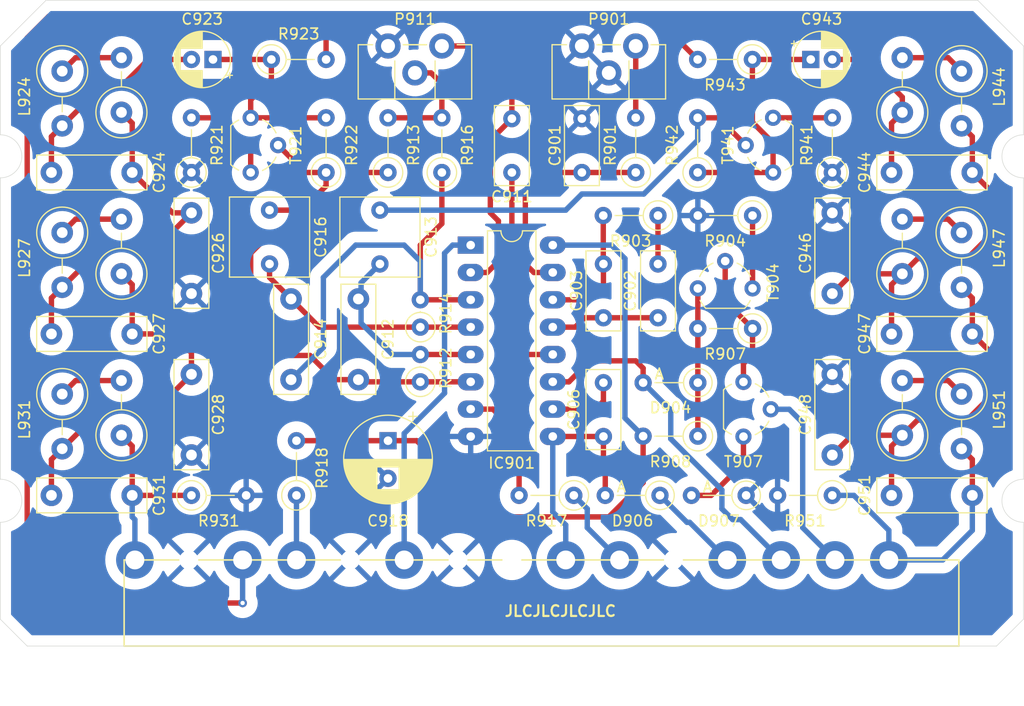
<source format=kicad_pcb>
(kicad_pcb (version 20211014) (generator pcbnew)
  (layers (0 "F.Cu" signal) (31 "B.Cu" signal) (34 "B.Paste" user) (35 "F.Paste" user) (36 "B.SilkS" user "B.Silkscreen") (37 "F.SilkS" user "F.Silkscreen") (38 "B.Mask" user) (39 "F.Mask" user) (44 "Edge.Cuts" user))
  (net 0 "")
  (net 2 "GND")
  (net 3 "Net-(C901-Pad2)")
  (net 4 "P7")
  (net 5 "Net-(C902-Pad1)")
  (net 6 "Net-(C906-Pad2)")
  (net 7 "Net-(C913-Pad2)")
  (net 8 "Net-(C912-Pad2)")
  (net 9 "Net-(C923-Pad2)")
  (net 10 "Net-(C914-Pad1)")
  (net 11 "Net-(C916-Pad2)")
  (net 12 "Net-(C918-Pad1)")
  (net 13 "Net-(C943-Pad2)")
  (net 14 "Net-(C923-Pad1)")
  (net 15 "Net-(D904-Pad1)")
  (net 16 "P3")
  (net 17 "P4")
  (net 18 "Net-(C924-Pad2)")
  (net 19 "Net-(C943-Pad1)")
  (net 20 "Net-(D907-Pad2)")
  (net 21 "P12")
  (net 22 "Net-(P901-Pad1)")
  (net 23 "+30V")
  (net 24 "Net-(R904-Pad1)")
  (net 25 "P2")
  (net 26 "P10")
  (net 27 "P15")
  (net 28 "P1")
  (net 29 "P6")
  (net 30 "Net-(R907-Pad1)")
  (net 31 "Net-(R921-Pad2)")
  (net 32 "Net-(R941-Pad2)")
  (net 33 "Net-(IC901-Pad7)")
  (net 34 "Net-(C902-Pad2)")
  (net 35 "Net-(C903-Pad2)")
  (net 36 "Net-(C911-Pad1)")
  (net 37 "Net-(C911-Pad2)")
  (net 38 "Net-(C912-Pad1)")
  (net 39 "Net-(C914-Pad2)")
  (net 40 "Net-(L944-Pad2)")
  (net 41 "Net-(L947-Pad2)")
  (net 42 "Net-(C927-Pad2)")
  (net 43 "Net-(C944-Pad2)")
  (net 44 "Net-(C947-Pad2)")
  (net 45 "Net-(L951-Pad2)")
  (net 46 "Net-(P911-Pad2)")
  (net 47 "Net-(L1-Pad2)")
  (net 48 "Net-(L927-Pad1)")
  (net 49 "Net-(L931-Pad1)")
  (footprint "Stereo-Decoder-Modul:Connector_01x15_5mm" (layer "F.Cu") (at 127.5 96.75)
    (fp_text reference "J1" hide)
    (fp_text value "Conn_01x15")
  )
  (footprint "Resistor_THT:R_Axial_DIN0207_L6.3mm_D2.5mm_P2.54mm_Vertical" (layer "F.Cu") (at 84 75.12 90)
    (fp_text reference "R914")
    (fp_text value "5.1k")
  )
  (footprint "Inductor_THT:L_Axial_L11.0mm_D4.5mm_P5.08mm_Vertical_Fastron_MECC" (layer "F.Cu") (at 134.25 81.335 -90)
    (fp_text reference "L6" hide)
    (fp_text value "3.3mH-4.7mH")
  )
  (footprint "Diode_THT:D_DO-35_SOD27_P5.08mm_Vertical_AnodeUp" (layer "F.Cu") (at 109.765 80.28 180)
    (fp_text reference "D904")
    (fp_text value "AA143")
  )
  (footprint "Capacitor_THT:C_Rect_L7.2mm_W7.2mm_P5.00mm_FKS2_FKP2_MKS2_MKP2" (layer "F.Cu") (at 80.25 69.25 90)
    (fp_text reference "C913")
    (fp_text value "4.7µF")
  )
  (footprint "Resistor_THT:R_Axial_DIN0207_L6.3mm_D2.5mm_P5.08mm_Vertical" (layer "F.Cu") (at 62.75 90.75)
    (fp_text reference "R931")
    (fp_text value "1.2k")
  )
  (footprint "Resistor_THT:R_Axial_DIN0207_L6.3mm_D2.5mm_P5.08mm_Vertical" (layer "F.Cu") (at 86 60.75 90)
    (fp_text reference "R916")
    (fp_text value "39k")
  )
  (footprint "Inductor_THT:L_Axial_L11.0mm_D4.5mm_P5.08mm_Vertical_Fastron_MECC" (layer "F.Cu") (at 56.25 55.165 90)
    (fp_text reference "L1" hide)
    (fp_text value "3.3mH-4.7mH")
  )
  (footprint "Capacitor_THT:C_Rect_L10.0mm_W3.0mm_P7.50mm_MKS4" (layer "F.Cu") (at 72 80 90)
    (fp_text reference "C914")
    (fp_text value "10nF")
  )
  (footprint "Inductor_THT:L_Axial_L11.0mm_D4.5mm_P5.08mm_Vertical_Fastron_MECC" (layer "F.Cu") (at 128.75 70.165 90)
    (fp_text reference "L947")
    (fp_text value "3.3mH-4.7mH")
  )
  (footprint "Resistor_THT:R_Axial_DIN0207_L6.3mm_D2.5mm_P5.08mm_Vertical" (layer "F.Cu") (at 75.25 60.75 90)
    (fp_text reference "R922")
    (fp_text value "390k")
  )
  (footprint "Inductor_THT:L_Axial_L11.0mm_D4.5mm_P5.08mm_Vertical_Fastron_MECC" (layer "F.Cu") (at 134.25 66.335 -90)
    (fp_text reference "L4" hide)
    (fp_text value "3.3mH-4.7mH")
  )
  (footprint "Resistor_THT:R_Axial_DIN0207_L6.3mm_D2.5mm_P5.08mm_Vertical" (layer "F.Cu") (at 114.83 50.25 180)
    (fp_text reference "R943")
    (fp_text value "1.8k")
  )
  (footprint "Diode_THT:D_DO-35_SOD27_P5.08mm_Vertical_AnodeUp" (layer "F.Cu") (at 114.25 90.75 180)
    (fp_text reference "D907")
    (fp_text value "1N4148")
  )
  (footprint "Diode_THT:D_DO-35_SOD27_P5.08mm_Vertical_AnodeUp" (layer "F.Cu") (at 106.25 90.75 180)
    (fp_text reference "D906")
    (fp_text value "1N4148")
  )
  (footprint "Capacitor_THT:CP_Radial_D5.0mm_P2.00mm" (layer "F.Cu") (at 120.25 50.25)
    (fp_text reference "C943")
    (fp_text value "22µF")
  )
  (footprint "Capacitor_THT:C_Rect_L10.0mm_W3.0mm_P7.50mm_MKS4" (layer "F.Cu") (at 62.75 79.5 -90)
    (fp_text reference "C928")
    (fp_text value "12nF")
  )
  (footprint "Resistor_THT:R_Axial_DIN0207_L6.3mm_D2.5mm_P5.08mm_Vertical" (layer "F.Cu") (at 81 60.75 90)
    (fp_text reference "R913")
    (fp_text value "39k")
  )
  (footprint "Package_TO_SOT_THT:TO-92_Wide" (layer "F.Cu") (at 114 80.21 -90)
    (fp_text reference "T907")
    (fp_text value "BC547")
  )
  (footprint "Capacitor_THT:C_Rect_L10.0mm_W3.0mm_P7.50mm_MKS4" (layer "F.Cu") (at 127.75 75.75)
    (fp_text reference "C947")
    (fp_text value "1.2nF")
  )
  (footprint "Resistor_THT:R_Axial_DIN0207_L6.3mm_D2.5mm_P5.08mm_Vertical" (layer "F.Cu") (at 109.765 85.25 180)
    (fp_text reference "R908")
    (fp_text value "15k")
  )
  (footprint "Capacitor_THT:C_Rect_L10.0mm_W3.0mm_P7.50mm_MKS4" (layer "F.Cu") (at 127.75 90.75)
    (fp_text reference "C951")
    (fp_text value "18nF")
  )
  (footprint "Package_DIP:DIP-16_W7.62mm_LongPads" (layer "F.Cu") (at 88.675 67.5)
    (fp_text reference "IC901")
    (fp_text value "TCA4500A")
  )
  (footprint "Capacitor_THT:C_Rect_L10.0mm_W3.0mm_P7.50mm_MKS4" (layer "F.Cu") (at 122.25 87 90)
    (fp_text reference "C948")
    (fp_text value "12nF")
  )
  (footprint "Potentiometer_THT:Potentiometer_Piher_PT-10-H01_Horizontal" (layer "F.Cu") (at 104 49 -90)
    (fp_text reference "P901")
    (fp_text value "5k")
  )
  (footprint "Resistor_THT:R_Axial_DIN0207_L6.3mm_D2.5mm_P5.08mm_Vertical" (layer "F.Cu") (at 62.75 60.75 90)
    (fp_text reference "R921")
    (fp_text value "150")
  )
  (footprint "Resistor_THT:R_Axial_DIN0207_L6.3mm_D2.5mm_P5.08mm_Vertical" (layer "F.Cu") (at 72.5 90.75 90)
    (fp_text reference "R918")
    (fp_text value "100")
  )
  (footprint "Inductor_THT:L_Axial_L11.0mm_D4.5mm_P5.08mm_Vertical_Fastron_MECC" (layer "F.Cu") (at 128.75 85.165 90)
    (fp_text reference "L951")
    (fp_text value "3.3mH-4.7mH")
  )
  (footprint "Package_TO_SOT_THT:TO-92_Wide" (layer "F.Cu") (at 68.25 55.67 -90)
    (fp_text reference "T921")
    (fp_text value "BC547")
  )
  (footprint "Resistor_THT:R_Axial_DIN0207_L6.3mm_D2.5mm_P5.08mm_Vertical" (layer "F.Cu") (at 109.75 60.75 90)
    (fp_text reference "R942")
    (fp_text value "390k")
  )
  (footprint "Inductor_THT:L_Axial_L11.0mm_D4.5mm_P5.08mm_Vertical_Fastron_MECC" (layer "F.Cu") (at 56.25 85.165 90)
    (fp_text reference "L5" hide)
    (fp_text value "3.3mH-4.7mH")
  )
  (footprint "Resistor_THT:R_Axial_DIN0207_L6.3mm_D2.5mm_P5.08mm_Vertical" (layer "F.Cu") (at 98.25 90.75 180)
    (fp_text reference "R917")
    (fp_text value "680")
  )
  (footprint "Stereo-Decoder-Modul:stereodecoder" (layer "F.Cu") (at 92.5 74.75)
    (fp_text reference "G***" hide)
    (fp_text value "LOGO" hide)
  )
  (footprint "Capacitor_THT:C_Rect_L7.2mm_W7.2mm_P5.00mm_FKS2_FKP2_MKS2_MKP2" (layer "F.Cu") (at 70 69.25 90)
    (fp_text reference "C916")
    (fp_text value "4.7µF")
  )
  (footprint "Capacitor_THT:CP_Radial_D8.0mm_P3.50mm" (layer "F.Cu") (at 81 85.67 -90)
    (fp_text reference "C918")
    (fp_text value "220µF")
  )
  (footprint "Inductor_THT:L_Axial_L11.0mm_D4.5mm_P5.08mm_Vertical_Fastron_MECC" (layer "F.Cu") (at 50.75 51.335 -90)
    (fp_text reference "L924")
    (fp_text value "3.3mH-4.7mH")
  )
  (footprint "Capacitor_THT:C_Rect_L10.0mm_W3.0mm_P7.50mm_MKS4" (layer "F.Cu") (at 127.75 60.75)
    (fp_text reference "C944")
    (fp_text value "18nF")
  )
  (footprint "Inductor_THT:L_Axial_L11.0mm_D4.5mm_P5.08mm_Vertical_Fastron_MECC" (layer "F.Cu") (at 128.75 55.165 90)
    (fp_text reference "L944")
    (fp_text value "3.3mH-4.7mH")
  )
  (footprint "Capacitor_THT:C_Rect_L7.2mm_W3.0mm_P5.00mm_FKS2_FKP2_MKS2_MKP2" (layer "F.Cu") (at 106.065 69.25 -90)
    (fp_text reference "C902")
    (fp_text value "470nF")
  )
  (footprint "Capacitor_THT:C_Rect_L10.0mm_W3.0mm_P7.50mm_MKS4" (layer "F.Cu") (at 49.75 75.75)
    (fp_text reference "C927")
    (fp_text value "1.2nF")
  )
  (footprint "Resistor_THT:R_Axial_DIN0207_L6.3mm_D2.5mm_P5.08mm_Vertical" (layer "F.Cu") (at 106.065 64.75 180)
    (fp_text reference "R903")
    (fp_text value "1k")
  )
  (footprint "Potentiometer_THT:Potentiometer_Piher_PT-10-H01_Horizontal" (layer "F.Cu") (at 86 49 -90)
    (fp_text reference "P911")
    (fp_text value "10k")
  )
  (footprint "Capacitor_THT:C_Rect_L7.2mm_W3.0mm_P5.00mm_FKS2_FKP2_MKS2_MKP2" (layer "F.Cu") (at 101 74.25 90)
    (fp_text reference "C903")
    (fp_text value "220nF")
  )
  (footprint "Resistor_THT:R_Axial_DIN0207_L6.3mm_D2.5mm_P5.08mm_Vertical" (layer "F.Cu") (at 122.25 60.75 90)
    (fp_text reference "R941")
    (fp_text value "150")
  )
  (footprint "Resistor_THT:R_Axial_DIN0207_L6.3mm_D2.5mm_P5.08mm_Vertical" (layer "F.Cu") (at 114.845 75.25 180)
    (fp_text reference "R907")
    (fp_text value "10k")
  )
  (footprint "Capacitor_THT:C_Rect_L10.0mm_W3.0mm_P7.50mm_MKS4" (layer "F.Cu") (at 62.75 64.5 -90)
    (fp_text reference "C926")
    (fp_text value "12nF")
  )
  (footprint "Capacitor_THT:CP_Radial_D5.0mm_P2.00mm" (layer "F.Cu") (at 64.75 50.25 180)
    (fp_text reference "C923")
    (fp_text value "22µF")
  )
  (footprint "Capacitor_THT:C_Rect_L7.2mm_W3.0mm_P5.00mm_FKS2_FKP2_MKS2_MKP2" (layer "F.Cu") (at 101 85.28 90)
    (fp_text reference "C906")
    (fp_text value "220nF")
  )
  (footprint "Capacitor_THT:C_Rect_L7.2mm_W3.0mm_P5.00mm_FKS2_FKP2_MKS2_MKP2" (layer "F.Cu") (at 92.5 60.75 90)
    (fp_text reference "C911")
    (fp_text value "6.8nF")
  )
  (footprint "Resistor_THT:R_Axial_DIN0207_L6.3mm_D2.5mm_P5.08mm_Vertical" (layer "F.Cu") (at 114.845 64.75 180)
    (fp_text reference "R904")
    (fp_text value "R")
  )
  (footprint "Capacitor_THT:C_Rect_L10.0mm_W3.0mm_P7.50mm_MKS4" (layer "F.Cu") (at 49.75 90.75)
    (fp_text reference "C931")
    (fp_text value "18nF")
  )
  (footprint "Package_TO_SOT_THT:TO-92_Wide" (layer "F.Cu") (at 116.75 60.75 90)
    (fp_text reference "T941")
    (fp_text value "BC547")
  )
  (footprint "Inductor_THT:L_Axial_L11.0mm_D4.5mm_P5.08mm_Vertical_Fastron_MECC" (layer "F.Cu") (at 50.75 66.335 -90)
    (fp_text reference "L927")
    (fp_text value "3.3mH-4.7mH")
  )
  (footprint "Resistor_THT:R_Axial_DIN0207_L6.3mm_D2.5mm_P5.08mm_Vertical" (layer "F.Cu") (at 122.25 90.75 180)
    (fp_text reference "R951")
    (fp_text value "1.2k")
  )
  (footprint "Capacitor_THT:C_Rect_L7.2mm_W3.0mm_P5.00mm_FKS2_FKP2_MKS2_MKP2" (layer "F.Cu") (at 99 55.75 -90)
    (fp_text reference "C901")
    (fp_text value "220pF")
  )
  (footprint "Inductor_THT:L_Axial_L11.0mm_D4.5mm_P5.08mm_Vertical_Fastron_MECC" (layer "F.Cu") (at 134.25 51.335 -90)
    (fp_text reference "L2" hide)
    (fp_text value "3.3mH-4.7mH")
  )
  (footprint "Resistor_THT:R_Axial_DIN0207_L6.3mm_D2.5mm_P2.54mm_Vertical" (layer "F.Cu") (at 84 80.2 90)
    (fp_text reference "R912")
    (fp_text value "5.1k")
  )
  (footprint "Inductor_THT:L_Axial_L11.0mm_D4.5mm_P5.08mm_Vertical_Fastron_MECC" (layer "F.Cu") (at 56.25 70.165 90)
    (fp_text reference "L3" hide)
    (fp_text value "3.3mH-4.7mH")
  )
  (footprint "Package_TO_SOT_THT:TO-92_Wide" (layer "F.Cu") (at 109.765 71.52)
    (fp_text reference "T904")
    (fp_text value "BC547")
  )
  (footprint "Resistor_THT:R_Axial_DIN0207_L6.3mm_D2.5mm_P5.08mm_Vertical" (layer "F.Cu") (at 104 60.75 90)
    (fp_text reference "R901")
    (fp_text value "10k")
  )
  (footprint "Resistor_THT:R_Axial_DIN0207_L6.3mm_D2.5mm_P5.08mm_Vertical" (layer "F.Cu") (at 70.17 50.25)
    (fp_text reference "R923")
    (fp_text value "1.8k")
  )
  (footprint "Capacitor_THT:C_Rect_L10.0mm_W3.0mm_P7.50mm_MKS4" (layer "F.Cu") (at 122.25 72 90)
    (fp_text reference "C946")
    (fp_text value "12nF")
  )
  (footprint "Capacitor_THT:C_Rect_L10.0mm_W3.0mm_P7.50mm_MKS4" (layer "F.Cu") (at 78.25 72.5 -90)
    (fp_text reference "C912")
    (fp_text value "10nF")
  )
  (footprint "Inductor_THT:L_Axial_L11.0mm_D4.5mm_P5.08mm_Vertical_Fastron_MECC" (layer "F.Cu") (at 50.75 81.335 -90)
    (fp_text reference "L931")
    (fp_text value "3.3mH-4.7mH")
  )
  (footprint "Capacitor_THT:C_Rect_L10.0mm_W3.0mm_P7.50mm_MKS4" (layer "F.Cu") (at 49.75 60.75)
    (fp_text reference "C924")
    (fp_text value "18nF")
  )
  (gr_line (start 45 89.25) (end 45 61.25) (layer "Edge.Cuts") (width 0.05))
  (gr_line (start 45 49) (end 49.25 44.75) (layer "Edge.Cuts") (width 0.05))
  (gr_line (start 135.75 44.75) (end 140 49) (layer "Edge.Cuts") (width 0.05))
  (gr_line (start 137.5 104.75) (end 140 102.25) (layer "Edge.Cuts") (width 0.05))
  (gr_line (start 45 102.25) (end 47.5 104.75) (layer "Edge.Cuts") (width 0.05))
  (gr_arc (start 45 89.25) (mid 47 91.25) (end 45 93.25) (layer "Edge.Cuts") (width 0.05))
  (gr_arc (start 45 57.25) (mid 47 59.25) (end 45 61.25) (layer "Edge.Cuts") (width 0.05))
  (gr_arc (start 140 61.25) (mid 138 59.25) (end 140 57.25) (layer "Edge.Cuts") (width 0.05))
  (gr_line (start 49.25 44.75) (end 135.75 44.75) (layer "Edge.Cuts") (width 0.05))
  (gr_line (start 140 102.25) (end 140 93.25) (layer "Edge.Cuts") (width 0.05))
  (gr_line (start 45 102.25) (end 45 93.25) (layer "Edge.Cuts") (width 0.05))
  (gr_line (start 140 49) (end 140 57.25) (layer "Edge.Cuts") (width 0.05))
  (gr_line (start 45 49) (end 45 57.25) (layer "Edge.Cuts") (width 0.05))
  (gr_line (start 140 61.25) (end 140 89.25) (layer "Edge.Cuts") (width 0.05))
  (gr_arc (start 140 93.25) (mid 138 91.25) (end 140 89.25) (layer "Edge.Cuts") (width 0.05))
  (gr_line (start 137.5 104.75) (end 47.5 104.75) (layer "Edge.Cuts") (width 0.05))
  (gr_text "JLCJLCJLCJLC" (at 97 101.5) (layer "F.SilkS") (effects (font (size 1 1) (thickness 0.2))))
  (segment (start 95.5 60.75) (end 93.75 62.5) (width 0.5) (layer "F.Cu") (net 3))
  (segment (start 104 60.75) (end 95.5 60.75) (width 0.5) (layer "F.Cu") (net 3))
  (segment (start 94.54 70.04) (end 96.295 70.04) (width 0.5) (layer "F.Cu") (net 3))
  (segment (start 93.75 69.25) (end 94.54 70.04) (width 0.5) (layer "F.Cu") (net 3))
  (segment (start 93.75 62.5) (end 93.75 69.25) (width 0.5) (layer "F.Cu") (net 3))
  (segment (start 96.295 85.28) (end 101 85.28) (width 0.5) (layer "F.Cu") (net 4))
  (segment (start 101.17 88.67) (end 101 88.5) (width 0.5) (layer "F.Cu") (net 4))
  (segment (start 101 85.28) (end 101 88.5) (width 0.5) (layer "F.Cu") (net 4))
  (segment (start 101.17 90.75) (end 101.17 88.67) (width 0.5) (layer "F.Cu") (net 4))
  (segment (start 96.295 85.28) (end 96.295 92.295) (width 0.5) (layer "B.Cu") (net 4))
  (segment (start 96.295 92.295) (end 97.5 93.5) (width 0.5) (layer "B.Cu") (net 4))
  (segment (start 97.5 93.5) (end 97.5 96.75) (width 0.5) (layer "B.Cu") (net 4))
  (segment (start 106.065 64.75) (end 106.065 69.25) (width 0.5) (layer "F.Cu") (net 5))
  (segment (start 96.295 82.74) (end 100.26 82.74) (width 0.5) (layer "F.Cu") (net 6))
  (segment (start 101 82) (end 101 80.28) (width 0.5) (layer "F.Cu") (net 6))
  (segment (start 100.26 82.74) (end 101 82) (width 0.5) (layer "F.Cu") (net 6))
  (segment (start 109.75 55.67) (end 111.67 55.67) (width 0.5) (layer "F.Cu") (net 7))
  (segment (start 111.67 55.67) (end 114.21 58.21) (width 0.5) (layer "F.Cu") (net 7))
  (segment (start 109.75 57.75) (end 109.75 55.67) (width 0.5) (layer "B.Cu") (net 7))
  (segment (start 80.25 64.25) (end 97.5 64.25) (width 0.5) (layer "B.Cu") (net 7))
  (segment (start 97.5 64.25) (end 99 62.75) (width 0.5) (layer "B.Cu") (net 7))
  (segment (start 104.75 62.75) (end 109.75 57.75) (width 0.5) (layer "B.Cu") (net 7))
  (segment (start 99 62.75) (end 104.75 62.75) (width 0.5) (layer "B.Cu") (net 7))
  (segment (start 71 77.75) (end 73.75 77.75) (width 0.5) (layer "F.Cu") (net 8))
  (segment (start 73.75 77.75) (end 76 80) (width 0.5) (layer "F.Cu") (net 8))
  (segment (start 78.45 80.2) (end 78.25 80) (width 0.5) (layer "F.Cu") (net 8))
  (segment (start 69.875 66.625) (end 68.25 68.25) (width 0.5) (layer "F.Cu") (net 8))
  (segment (start 79 60.75) (end 73.125 66.625) (width 0.5) (layer "F.Cu") (net 8))
  (segment (start 68.25 75) (end 71 77.75) (width 0.5) (layer "F.Cu") (net 8))
  (segment (start 73.125 66.625) (end 69.875 66.625) (width 0.5) (layer "F.Cu") (net 8))
  (segment (start 81 60.75) (end 79 60.75) (width 0.5) (layer "F.Cu") (net 8))
  (segment (start 88.675 80.2) (end 84 80.2) (width 0.5) (layer "F.Cu") (net 8))
  (segment (start 76 80) (end 78.25 80) (width 0.5) (layer "F.Cu") (net 8))
  (segment (start 84 80.2) (end 78.45 80.2) (width 0.5) (layer "F.Cu") (net 8))
  (segment (start 68.25 68.25) (end 68.25 75) (width 0.5) (layer "F.Cu") (net 8))
  (segment (start 78.7 80.2) (end 78.5 80) (width 0.5) (layer "B.Cu") (net 8))
  (segment (start 56.25 52.75) (end 58.75 50.25) (width 0.5) (layer "F.Cu") (net 9))
  (segment (start 49.75 60.75) (end 49.75 57.415) (width 0.5) (layer "F.Cu") (net 9))
  (segment (start 49.75 57.415) (end 50.75 56.415) (width 0.5) (layer "F.Cu") (net 9))
  (segment (start 54.415 52.75) (end 56.25 52.75) (width 0.5) (layer "F.Cu") (net 9))
  (segment (start 58.75 50.25) (end 62.75 50.25) (width 0.5) (layer "F.Cu") (net 9))
  (segment (start 50.75 56.415) (end 54.415 52.75) (width 0.5) (layer "F.Cu") (net 9))
  (segment (start 84 72.58) (end 84 67.5) (width 0.5) (layer "F.Cu") (net 10))
  (segment (start 88.675 72.58) (end 84 72.58) (width 0.5) (layer "F.Cu") (net 10))
  (segment (start 84 67.5) (end 86 65.5) (width 0.5) (layer "F.Cu") (net 10))
  (segment (start 86 65.5) (end 86 60.75) (width 0.5) (layer "F.Cu") (net 10))
  (segment (start 84 72.58) (end 84 69) (width 0.5) (layer "B.Cu") (net 10))
  (segment (start 78 67.5) (end 75 70.5) (width 0.5) (layer "B.Cu") (net 10))
  (segment (start 75 70.5) (end 75 77) (width 0.5) (layer "B.Cu") (net 10))
  (segment (start 84 69) (end 82.5 67.5) (width 0.5) (layer "B.Cu") (net 10))
  (segment (start 75 77) (end 72 80) (width 0.5) (layer "B.Cu") (net 10))
  (segment (start 82.5 67.5) (end 78 67.5) (width 0.5) (layer "B.Cu") (net 10))
  (segment (start 73.33 60.75) (end 70.79 58.21) (width 0.5) (layer "F.Cu") (net 11))
  (segment (start 75.25 60.75) (end 73.33 60.75) (width 0.5) (layer "F.Cu") (net 11))
  (segment (start 75.25 62) (end 75.25 60.75) (width 0.5) (layer "F.Cu") (net 11))
  (segment (start 70 64.25) (end 73 64.25) (width 0.5) (layer "F.Cu") (net 11))
  (segment (start 73 64.25) (end 75.25 62) (width 0.5) (layer "F.Cu") (net 11))
  (segment (start 83.67 85.67) (end 90.75 92.75) (width 0.5) (layer "F.Cu") (net 12))
  (segment (start 90.75 92.75) (end 101.5 92.75) (width 0.5) (layer "F.Cu") (net 12))
  (segment (start 104.685 89.565) (end 104.685 85.25) (width 0.5) (layer "F.Cu") (net 12))
  (segment (start 101.5 92.75) (end 104.685 89.565) (width 0.5) (layer "F.Cu") (net 12))
  (segment (start 72.5 85.67) (end 83.67 85.67) (width 0.5) (layer "F.Cu") (net 12))
  (segment (start 101.75 67.5) (end 96.295 67.5) (width 0.5) (layer "B.Cu") (net 12))
  (segment (start 103 83.565) (end 103 68.75) (width 0.5) (layer "B.Cu") (net 12))
  (segment (start 103 68.75) (end 101.75 67.5) (width 0.5) (layer "B.Cu") (net 12))
  (segment (start 104.685 85.25) (end 103 83.565) (width 0.5) (layer "B.Cu") (net 12))
  (segment (start 128.75 55.165) (end 128.75 53.75) (width 0.5) (layer "F.Cu") (net 13))
  (segment (start 127.75 60.75) (end 127.75 56.165) (width 0.5) (layer "F.Cu") (net 13))
  (segment (start 125.25 50.25) (end 122.25 50.25) (width 0.5) (layer "F.Cu") (net 13))
  (segment (start 127.75 56.165) (end 128.75 55.165) (width 0.5) (layer "F.Cu") (net 13))
  (segment (start 128.75 53.75) (end 125.25 50.25) (width 0.5) (layer "F.Cu") (net 13))
  (segment (start 68.25 54) (end 68.25 55.67) (width 0.5) (layer "F.Cu") (net 14))
  (segment (start 70.17 52.08) (end 68.25 54) (width 0.5) (layer "F.Cu") (net 14))
  (segment (start 70.17 50.25) (end 64.75 50.25) (width 0.5) (layer "F.Cu") (net 14))
  (segment (start 68.25 55.67) (end 75.25 55.67) (width 0.5) (layer "F.Cu") (net 14))
  (segment (start 70.17 50.25) (end 70.17 52.08) (width 0.5) (layer "F.Cu") (net 14))
  (segment (start 109.765 71.52) (end 109.765 80.28) (width 0.5) (layer "F.Cu") (net 15))
  (segment (start 109.765 80.28) (end 109.765 85.25) (width 0.5) (layer "F.Cu") (net 15))
  (segment (start 97.8 80.2) (end 99.75 78.25) (width 0.5) (layer "F.Cu") (net 16))
  (segment (start 99.75 78.25) (end 104 78.25) (width 0.5) (layer "F.Cu") (net 16))
  (segment (start 104.685 78.935) (end 104.685 80.28) (width 0.5) (layer "F.Cu") (net 16))
  (segment (start 104 78.25) (end 104.685 78.935) (width 0.5) (layer "F.Cu") (net 16))
  (segment (start 96.295 80.2) (end 97.8 80.2) (width 0.5) (layer "F.Cu") (net 16))
  (segment (start 107.25 85.5) (end 107.25 82.75) (width 0.5) (layer "B.Cu") (net 16))
  (segment (start 113.75 93) (end 113 93) (width 0.5) (layer "B.Cu") (net 16))
  (segment (start 107.155 82.75) (end 104.685 80.28) (width 0.5) (layer "B.Cu") (net 16))
  (segment (start 113 93) (end 112 92) (width 0.5) (layer "B.Cu") (net 16))
  (segment (start 112 92) (end 112 90.25) (width 0.5) (layer "B.Cu") (net 16))
  (segment (start 117.5 96.75) (end 113.75 93) (width 0.5) (layer "B.Cu") (net 16))
  (segment (start 112 90.25) (end 107.25 85.5) (width 0.5) (layer "B.Cu") (net 16))
  (segment (start 107.25 82.75) (end 107.155 82.75) (width 0.5) (layer "B.Cu") (net 16))
  (segment (start 106.25 90.75) (end 108.75 93.25) (width 0.5) (layer "B.Cu") (net 17))
  (segment (start 108.75 93.25) (end 109 93.25) (width 0.5) (layer "B.Cu") (net 17))
  (segment (start 112.5 96.75) (end 109 93.25) (width 0.5) (layer "B.Cu") (net 17))
  (segment (start 57.25 60.75) (end 57.25 56.165) (width 0.5) (layer "F.Cu") (net 18))
  (segment (start 62.75 64.5) (end 59.5 67.75) (width 0.5) (layer "F.Cu") (net 18))
  (segment (start 61 64.5) (end 57.25 60.75) (width 0.5) (layer "F.Cu") (net 18))
  (segment (start 57.25 56.165) (end 56.25 55.165) (width 0.5) (layer "F.Cu") (net 18))
  (segment (start 54.415 67.75) (end 50.75 71.415) (width 0.5) (layer "F.Cu") (net 18))
  (segment (start 59.5 67.75) (end 54.415 67.75) (width 0.5) (layer "F.Cu") (net 18))
  (segment (start 49.75 72.415) (end 50.75 71.415) (width 0.5) (layer "F.Cu") (net 18))
  (segment (start 49.75 75.75) (end 49.75 72.415) (width 0.5) (layer "F.Cu") (net 18))
  (segment (start 62.75 64.5) (end 61 64.5) (width 0.5) (layer "F.Cu") (net 18))
  (segment (start 114.83 50.25) (end 114.83 56.08) (width 0.5) (layer "F.Cu") (net 19))
  (segment (start 114.83 56.08) (end 116.75 58) (width 0.5) (layer "F.Cu") (net 19))
  (segment (start 116.75 58) (end 116.75 60.75) (width 0.5) (layer "F.Cu") (net 19))
  (segment (start 116.75 60.75) (end 109.75 60.75) (width 0.5) (layer "F.Cu") (net 19))
  (segment (start 114.83 50.25) (end 120.25 50.25) (width 0.5) (layer "F.Cu") (net 19))
  (segment (start 114 87.75) (end 114 85.29) (width 0.5) (layer "F.Cu") (net 20))
  (segment (start 109.17 90.75) (end 111 90.75) (width 0.5) (layer "F.Cu") (net 20))
  (segment (start 111 90.75) (end 114 87.75) (width 0.5) (layer "F.Cu") (net 20))
  (segment (start 72.5 96.75) (end 72.5 90.75) (width 0.5) (layer "B.Cu") (net 21))
  (segment (start 104 49) (end 104 55.67) (width 0.5) (layer "F.Cu") (net 22))
  (segment (start 75.25 46.25) (end 49.5 46.25) (width 0.5) (layer "F.Cu") (net 23))
  (segment (start 105.75 46.25) (end 109.75 50.25) (width 0.5) (layer "F.Cu") (net 23))
  (segment (start 49.5 46.25) (end 47.5 48.25) (width 0.5) (layer "F.Cu") (net 23))
  (segment (start 51 100.75) (end 67.5 100.75) (width 0.5) (layer "F.Cu") (net 23))
  (segment (start 79.25 46.25) (end 105.75 46.25) (width 0.5) (layer "F.Cu") (net 23))
  (segment (start 47.5 97.25) (end 51 100.75) (width 0.5) (layer "F.Cu") (net 23))
  (segment (start 75.25 50.25) (end 75.25 46.25) (width 0.5) (layer "F.Cu") (net 23))
  (segment (start 75.25 46.25) (end 79.25 46.25) (width 0.5) (layer "F.Cu") (net 23))
  (segment (start 47.5 48.25) (end 47.5 97.25) (width 0.5) (layer "F.Cu") (net 23))
  (via (at 67.5 100.75) (size 0.8) (drill 0.4) (layers "F.Cu" "B.Cu") (net 23))
  (segment (start 67.5 96.75) (end 67.5 100.75) (width 0.5) (layer "B.Cu") (net 23))
  (segment (start 114.845 64.75) (end 114.845 71.52) (width 0.5) (layer "F.Cu") (net 24))
  (segment (start 118.25 82.75) (end 116.54 82.75) (width 0.5) (layer "B.Cu") (net 25))
  (segment (start 122.5 96.75) (end 119.5 93.75) (width 0.5) (layer "B.Cu") (net 25))
  (segment (start 119.5 84) (end 118.25 82.75) (width 0.5) (layer "B.Cu") (net 25))
  (segment (start 119.5 93.75) (end 119.5 84) (width 0.5) (layer "B.Cu") (net 25))
  (segment (start 82.5 96.75) (end 82.5 85) (width 0.5) (layer "B.Cu") (net 26))
  (segment (start 86.25 81.25) (end 86.25 68.25) (width 0.5) (layer "B.Cu") (net 26))
  (segment (start 82.5 85) (end 86.25 81.25) (width 0.5) (layer "B.Cu") (net 26))
  (segment (start 86.25 68.25) (end 87 67.5) (width 0.5) (layer "B.Cu") (net 26))
  (segment (start 87 67.5) (end 88.675 67.5) (width 0.5) (layer "B.Cu") (net 26))
  (segment (start 57.25 86.165) (end 56.25 85.165) (width 0.5) (layer "F.Cu") (net 27))
  (segment (start 57.25 90.75) (end 57.25 86.165) (width 0.5) (layer "F.Cu") (net 27))
  (segment (start 62.75 90.75) (end 57.25 90.75) (width 0.5) (layer "F.Cu") (net 27))
  (segment (start 57.25 92.75) (end 57.5 93) (width 0.5) (layer "B.Cu") (net 27))
  (segment (start 57.25 90.75) (end 57.25 92.75) (width 0.5) (layer "B.Cu") (net 27))
  (segment (start 57.5 96.75) (end 57.5 93) (width 0.5) (layer "B.Cu") (net 27))
  (segment (start 135.25 90.75) (end 135.25 87.415) (width 0.5) (layer "F.Cu") (net 28))
  (segment (start 135.25 87.415) (end 134.25 86.415) (width 0.5) (layer "F.Cu") (net 28))
  (segment (start 132.5 96.75) (end 135.25 94) (width 0.5) (layer "B.Cu") (net 28))
  (segment (start 127.5 96.75) (end 132.5 96.75) (width 0.5) (layer "B.Cu") (net 28))
  (segment (start 124.25 90.75) (end 122.25 90.75) (width 0.5) (layer "B.Cu") (net 28))
  (segment (start 127.5 96.75) (end 127.5 94) (width 0.5) (layer "B.Cu") (net 28))
  (segment (start 135.25 94) (end 135.25 90.75) (width 0.5) (layer "B.Cu") (net 28))
  (segment (start 127.5 94) (end 124.25 90.75) (width 0.5) (layer "B.Cu") (net 28))
  (segment (start 99.5 92) (end 99.5 93.75) (width 0.5) (layer "B.Cu") (net 29))
  (segment (start 98.25 90.75) (end 99.5 92) (width 0.5) (layer "B.Cu") (net 29))
  (segment (start 99.5 93.75) (end 102.5 96.75) (width 0.5) (layer "B.Cu") (net 29))
  (segment (start 112.305 68.98) (end 112.305 72.71) (width 0.5) (layer "F.Cu") (net 30))
  (segment (start 114 78.5) (end 114 80.21) (width 0.5) (layer "F.Cu") (net 30))
  (segment (start 112.305 72.71) (end 114.845 75.25) (width 0.5) (layer "F.Cu") (net 30))
  (segment (start 114.845 75.25) (end 114.845 77.655) (width 0.5) (layer "F.Cu") (net 30))
  (segment (start 114.845 77.655) (end 114 78.5) (width 0.5) (layer "F.Cu") (net 30))
  (segment (start 62.75 55.67) (end 65.17 55.67) (width 0.5) (layer "F.Cu") (net 31))
  (segment (start 68.25 58.75) (end 68.25 60.75) (width 0.5) (layer "F.Cu") (net 31))
  (segment (start 65.17 55.67) (end 68.25 58.75) (width 0.5) (layer "F.Cu") (net 31))
  (segment (start 116.75 55.67) (end 122.25 55.67) (width 0.5) (layer "F.Cu") (net 32))
  (segment (start 93.17 85.17) (end 90.74 82.74) (width 0.5) (layer "F.Cu") (net 33))
  (segment (start 93.17 90.75) (end 93.17 85.17) (width 0.5) (layer "F.Cu") (net 33))
  (segment (start 90.74 82.74) (end 88.675 82.74) (width 0.5) (layer "F.Cu") (net 33))
  (segment (start 106.065 74.25) (end 101 74.25) (width 0.5) (layer "F.Cu") (net 34))
  (segment (start 101 74.25) (end 99.25 74.25) (width 0.5) (layer "F.Cu") (net 34))
  (segment (start 98.38 75.12) (end 96.295 75.12) (width 0.5) (layer "F.Cu") (net 34))
  (segment (start 99.25 74.25) (end 98.38 75.12) (width 0.5) (layer "F.Cu") (net 34))
  (segment (start 99.67 72.58) (end 101 71.25) (width 0.5) (layer "F.Cu") (net 35))
  (segment (start 96.295 72.58) (end 99.67 72.58) (width 0.5) (layer "F.Cu") (net 35))
  (segment (start 100.985 64.75) (end 100.985 69.235) (width 0.5) (layer "F.Cu") (net 35))
  (segment (start 101 71.25) (end 101 69.25) (width 0.5) (layer "F.Cu") (net 35))
  (segment (start 100.985 69.235) (end 101 69.25) (width 0.5) (layer "F.Cu") (net 35))
  (segment (start 92.5 60.25) (end 92.5 76.25) (width 0.5) (layer "F.Cu") (net 36))
  (segment (start 93.91 77.66) (end 96.295 77.66) (width 0.5) (layer "F.Cu") (net 36))
  (segment (start 92.5 76.25) (end 93.91 77.66) (width 0.5) (layer "F.Cu") (net 36))
  (segment (start 90.5 64.5) (end 90.5 57.75) (width 0.5) (layer "F.Cu") (net 37))
  (segment (start 92.5 51.25) (end 90.25 49) (width 0.5) (layer "F.Cu") (net 37))
  (segment (start 92.5 55.75) (end 92.5 51.25) (width 0.5) (layer "F.Cu") (net 37))
  (segment (start 91.25 65.25) (end 91.25 69) (width 0.5) (layer "F.Cu") (net 37))
  (segment (start 91.25 69) (end 90.21 70.04) (width 0.5) (layer "F.Cu") (net 37))
  (segment (start 90.21 70.04) (end 88.675 70.04) (width 0.5) (layer "F.Cu") (net 37))
  (segment (start 90.25 49) (end 86 49) (width 0.5) (layer "F.Cu") (net 37))
  (segment (start 90.5 64.5) (end 91.25 65.25) (width 0.5) (layer "F.Cu") (net 37))
  (segment (start 90.5 57.75) (end 92.5 55.75) (width 0.5) (layer "F.Cu") (net 37))
  (segment (start 88.675 77.66) (end 84 77.66) (width 0.5) (layer "F.Cu") (net 38))
  (segment (start 78.5 74.75) (end 78.5 72.5) (width 0.5) (layer "B.Cu") (net 38))
  (segment (start 78.5 71) (end 80.25 69.25) (width 0.5) (layer "B.Cu") (net 38))
  (segment (start 78.5 72.5) (end 78.5 71) (width 0.5) (layer "B.Cu") (net 38))
  (segment (start 84 77.66) (end 81.41 77.66) (width 0.5) (layer "B.Cu") (net 38))
  (segment (start 81.41 77.66) (end 78.5 74.75) (width 0.5) (layer "B.Cu") (net 38))
  (segment (start 70 70.5) (end 72 72.5) (width 0.5) (layer "F.Cu") (net 39))
  (segment (start 84 75.12) (end 74.62 75.12) (width 0.5) (layer "F.Cu") (net 39))
  (segment (start 74.62 75.12) (end 72 72.5) (width 0.5) (layer "F.Cu") (net 39))
  (segment (start 88.675 75.12) (end 84 75.12) (width 0.5) (layer "F.Cu") (net 39))
  (segment (start 70 69.25) (end 70 70.5) (width 0.5) (layer "F.Cu") (net 39))
  (segment (start 128.75 50.085) (end 133 50.085) (width 0.5) (layer "F.Cu") (net 40))
  (segment (start 133 50.085) (end 134.25 51.335) (width 0.5) (layer "F.Cu") (net 40))
  (segment (start 128.75 65.085) (end 133 65.085) (width 0.5) (layer "F.Cu") (net 41))
  (segment (start 133 65.085) (end 134.25 66.335) (width 0.5) (layer "F.Cu") (net 41))
  (segment (start 49.75 87.415) (end 50.75 86.415) (width 0.5) (layer "F.Cu") (net 42))
  (segment (start 57.25 75.75) (end 57.25 71.165) (width 0.5) (layer "F.Cu") (net 42))
  (segment (start 57.25 75.75) (end 61 75.75) (width 0.5) (layer "F.Cu") (net 42))
  (segment (start 62.75 77.5) (end 61 75.75) (width 0.5) (layer "F.Cu") (net 42))
  (segment (start 62.75 79.5) (end 62.75 77.5) (width 0.5) (layer "F.Cu") (net 42))
  (segment (start 62.75 79.5) (end 59.5 82.75) (width 0.5) (layer "F.Cu") (net 42))
  (segment (start 54.415 82.75) (end 50.75 86.415) (width 0.5) (layer "F.Cu") (net 42))
  (segment (start 57.25 71.165) (end 56.25 70.165) (width 0.5) (layer "F.Cu") (net 42))
  (segment (start 49.75 90.75) (end 49.75 87.415) (width 0.5) (layer "F.Cu") (net 42))
  (segment (start 59.5 82.75) (end 54.415 82.75) (width 0.5) (layer "F.Cu") (net 42))
  (segment (start 124.085 70.165) (end 122.25 72) (width 0.5) (layer "F.Cu") (net 43))
  (segment (start 127.75 75.75) (end 127.75 71.165) (width 0.5) (layer "F.Cu") (net 43))
  (segment (start 128.75 70.165) (end 130.165 68.75) (width 0.5) (layer "F.Cu") (net 43))
  (segment (start 135.25 57.415) (end 134.25 56.415) (width 0.5) (layer "F.Cu") (net 43))
  (segment (start 136.75 62.25) (end 135.25 60.75) (width 0.5) (layer "F.Cu") (net 43))
  (segment (start 130.165 68.75) (end 134.75 68.75) (width 0.5) (layer "F.Cu") (net 43))
  (segment (start 128.75 70.165) (end 124.085 70.165) (width 0.5) (layer "F.Cu") (net 43))
  (segment (start 127.75 71.165) (end 128.75 70.165) (width 0.5) (layer "F.Cu") (net 43))
  (segment (start 134.75 68.75) (end 136.75 66.75) (width 0.5) (layer "F.Cu") (net 43))
  (segment (start 136.75 66.75) (end 136.75 62.25) (width 0.5) (layer "F.Cu") (net 43))
  (segment (start 135.25 60.75) (end 135.25 57.415) (width 0.5) (layer "F.Cu") (net 43))
  (segment (start 124.085 85.165) (end 122.25 87) (width 0.5) (layer "F.Cu") (net 44))
  (segment (start 136.75 81.75) (end 136.75 77.25) (width 0.5) (layer "F.Cu") (net 44))
  (segment (start 135.25 75.75) (end 135.25 72.415) (width 0.5) (layer "F.Cu") (net 44))
  (segment (start 127.75 86.165) (end 128.75 85.165) (width 0.5) (layer "F.Cu") (net 44))
  (segment (start 128.75 85.165) (end 130.165 83.75) (width 0.5) (layer "F.Cu") (net 44))
  (segment (start 135.25 72.415) (end 134.25 71.415) (width 0.5) (layer "F.Cu") (net 44))
  (segment (start 128.75 85.165) (end 124.085 85.165) (width 0.5) (layer "F.Cu") (net 44))
  (segment (start 127.75 90.75) (end 127.75 86.165) (width 0.5) (layer "F.Cu") (net 44))
  (segment (start 136.75 77.25) (end 135.25 75.75) (width 0.5) (layer "F.Cu") (net 44))
  (segment (start 134.75 83.75) (end 136.75 81.75) (width 0.5) (layer "F.Cu") (net 44))
  (segment (start 130.165 83.75) (end 134.75 83.75) (width 0.5) (layer "F.Cu") (net 44))
  (segment (start 133 80.085) (end 134.25 81.335) (width 0.5) (layer "F.Cu") (net 45))
  (segment (start 128.75 80.085) (end 133 80.085) (width 0.5) (layer "F.Cu") (net 45))
  (segment (start 86 55.67) (end 86 52.5) (width 0.5) (layer "F.Cu") (net 46))
  (segment (start 86 52.5) (end 85 51.5) (width 0.5) (layer "F.Cu") (net 46))
  (segment (start 85 51.5) (end 83.5 51.5) (width 0.5) (layer "F.Cu") (net 46))
  (segment (start 86 55.67) (end 81 55.67) (width 0.5) (layer "F.Cu") (net 46))
  (segment (start 52 50.085) (end 50.75 51.335) (width 0.5) (layer "F.Cu") (net 47))
  (segment (start 56.25 50.085) (end 52 50.085) (width 0.5) (layer "F.Cu") (net 47))
  (segment (start 56.25 65.085) (end 52 65.085) (width 0.5) (layer "F.Cu") (net 48))
  (segment (start 52 65.085) (end 50.75 66.335) (width 0.5) (layer "F.Cu") (net 48))
  (segment (start 52 80.085) (end 50.75 81.335) (width 0.5) (layer "F.Cu") (net 49))
  (segment (start 56.25 80.085) (end 52 80.085) (width 0.5) (layer "F.Cu") (net 49))
  (zone (net 2) (net_name "GND") (layer "B.Cu") (connect_pads (clearance 1)) (min_thickness 0.225) (fill yes (thermal_gap 0.75) (thermal_bridge_width 0.5))
    (polygon (pts (xy 140 104.75) (xy 45 104.75) (xy 45 44.75) (xy 140 44.75)))
  )
)
</source>
